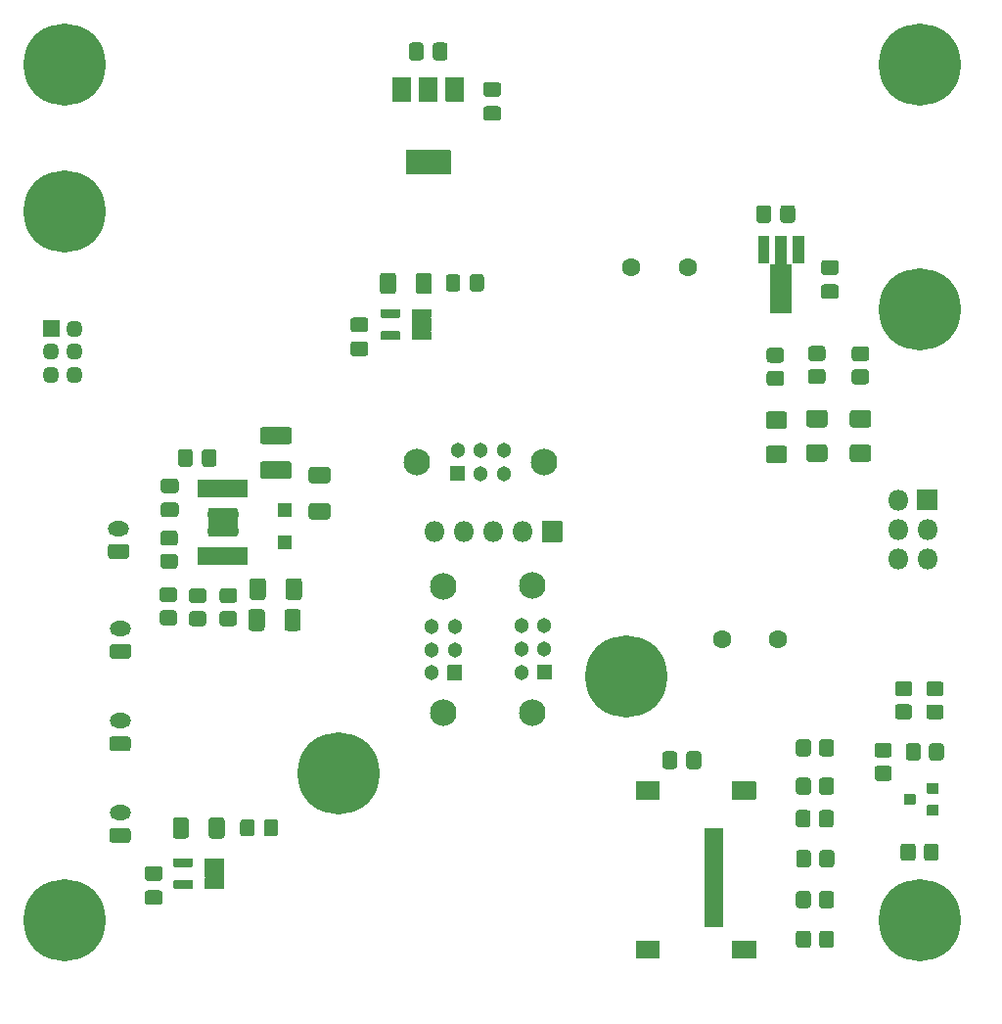
<source format=gbr>
G04 #@! TF.GenerationSoftware,KiCad,Pcbnew,(5.1.9)-1*
G04 #@! TF.CreationDate,2021-07-06T20:59:46-04:00*
G04 #@! TF.ProjectId,payload2020_base_board,7061796c-6f61-4643-9230-32305f626173,rev?*
G04 #@! TF.SameCoordinates,Original*
G04 #@! TF.FileFunction,Soldermask,Top*
G04 #@! TF.FilePolarity,Negative*
%FSLAX46Y46*%
G04 Gerber Fmt 4.6, Leading zero omitted, Abs format (unit mm)*
G04 Created by KiCad (PCBNEW (5.1.9)-1) date 2021-07-06 20:59:46*
%MOMM*%
%LPD*%
G01*
G04 APERTURE LIST*
%ADD10C,0.100000*%
%ADD11O,1.452000X1.452000*%
%ADD12C,7.102000*%
%ADD13O,1.802000X1.802000*%
%ADD14C,1.602000*%
%ADD15O,1.852000X1.302000*%
%ADD16C,2.302000*%
%ADD17C,1.302000*%
G04 APERTURE END LIST*
D10*
G36*
X54450620Y-111421000D02*
G01*
X54550620Y-111421000D01*
X54550620Y-111771000D01*
X54450620Y-111771000D01*
X54450620Y-111421000D01*
G37*
X54450620Y-111421000D02*
X54550620Y-111421000D01*
X54550620Y-111771000D01*
X54450620Y-111771000D01*
X54450620Y-111421000D01*
G36*
X54450620Y-110321000D02*
G01*
X54550620Y-110321000D01*
X54550620Y-109971000D01*
X54450620Y-109971000D01*
X54450620Y-110321000D01*
G37*
X54450620Y-110321000D02*
X54550620Y-110321000D01*
X54550620Y-109971000D01*
X54450620Y-109971000D01*
X54450620Y-110321000D01*
G36*
X51990620Y-110321000D02*
G01*
X51890620Y-110321000D01*
X51890620Y-109971000D01*
X51990620Y-109971000D01*
X51990620Y-110321000D01*
G37*
X51990620Y-110321000D02*
X51890620Y-110321000D01*
X51890620Y-109971000D01*
X51990620Y-109971000D01*
X51990620Y-110321000D01*
G36*
X51990620Y-111421000D02*
G01*
X51890620Y-111421000D01*
X51890620Y-111771000D01*
X51990620Y-111771000D01*
X51990620Y-111421000D01*
G37*
X51990620Y-111421000D02*
X51890620Y-111421000D01*
X51890620Y-111771000D01*
X51990620Y-111771000D01*
X51990620Y-111421000D01*
G36*
X54450620Y-111421000D02*
G01*
X54550620Y-111421000D01*
X54550620Y-111771000D01*
X54450620Y-111771000D01*
X54450620Y-111421000D01*
G37*
X54450620Y-111421000D02*
X54550620Y-111421000D01*
X54550620Y-111771000D01*
X54450620Y-111771000D01*
X54450620Y-111421000D01*
G36*
X54450620Y-110321000D02*
G01*
X54550620Y-110321000D01*
X54550620Y-109971000D01*
X54450620Y-109971000D01*
X54450620Y-110321000D01*
G37*
X54450620Y-110321000D02*
X54550620Y-110321000D01*
X54550620Y-109971000D01*
X54450620Y-109971000D01*
X54450620Y-110321000D01*
G36*
X51990620Y-110321000D02*
G01*
X51890620Y-110321000D01*
X51890620Y-109971000D01*
X51990620Y-109971000D01*
X51990620Y-110321000D01*
G37*
X51990620Y-110321000D02*
X51890620Y-110321000D01*
X51890620Y-109971000D01*
X51990620Y-109971000D01*
X51990620Y-110321000D01*
G36*
X51990620Y-111421000D02*
G01*
X51890620Y-111421000D01*
X51890620Y-111771000D01*
X51990620Y-111771000D01*
X51990620Y-111421000D01*
G37*
X51990620Y-111421000D02*
X51890620Y-111421000D01*
X51890620Y-111771000D01*
X51990620Y-111771000D01*
X51990620Y-111421000D01*
D11*
X40360600Y-98120200D03*
X40360600Y-96120200D03*
X40360600Y-94120200D03*
X38360600Y-98120200D03*
X38360600Y-96120200D03*
G36*
G01*
X37634600Y-94795200D02*
X37634600Y-93445200D01*
G75*
G02*
X37685600Y-93394200I51000J0D01*
G01*
X39035600Y-93394200D01*
G75*
G02*
X39086600Y-93445200I0J-51000D01*
G01*
X39086600Y-94795200D01*
G75*
G02*
X39035600Y-94846200I-51000J0D01*
G01*
X37685600Y-94846200D01*
G75*
G02*
X37634600Y-94795200I0J51000D01*
G01*
G37*
G36*
G01*
X60913242Y-109205400D02*
X62276758Y-109205400D01*
G75*
G02*
X62546000Y-109474642I0J-269242D01*
G01*
X62546000Y-110363158D01*
G75*
G02*
X62276758Y-110632400I-269242J0D01*
G01*
X60913242Y-110632400D01*
G75*
G02*
X60644000Y-110363158I0J269242D01*
G01*
X60644000Y-109474642D01*
G75*
G02*
X60913242Y-109205400I269242J0D01*
G01*
G37*
G36*
G01*
X60913242Y-106080400D02*
X62276758Y-106080400D01*
G75*
G02*
X62546000Y-106349642I0J-269242D01*
G01*
X62546000Y-107238158D01*
G75*
G02*
X62276758Y-107507400I-269242J0D01*
G01*
X60913242Y-107507400D01*
G75*
G02*
X60644000Y-107238158I0J269242D01*
G01*
X60644000Y-106349642D01*
G75*
G02*
X60913242Y-106080400I269242J0D01*
G01*
G37*
G36*
G01*
X56847500Y-118647442D02*
X56847500Y-120010958D01*
G75*
G02*
X56578258Y-120280200I-269242J0D01*
G01*
X55689742Y-120280200D01*
G75*
G02*
X55420500Y-120010958I0J269242D01*
G01*
X55420500Y-118647442D01*
G75*
G02*
X55689742Y-118378200I269242J0D01*
G01*
X56578258Y-118378200D01*
G75*
G02*
X56847500Y-118647442I0J-269242D01*
G01*
G37*
G36*
G01*
X59972500Y-118647442D02*
X59972500Y-120010958D01*
G75*
G02*
X59703258Y-120280200I-269242J0D01*
G01*
X58814742Y-120280200D01*
G75*
G02*
X58545500Y-120010958I0J269242D01*
G01*
X58545500Y-118647442D01*
G75*
G02*
X58814742Y-118378200I269242J0D01*
G01*
X59703258Y-118378200D01*
G75*
G02*
X59972500Y-118647442I0J-269242D01*
G01*
G37*
G36*
G01*
X56949100Y-115980442D02*
X56949100Y-117343958D01*
G75*
G02*
X56679858Y-117613200I-269242J0D01*
G01*
X55791342Y-117613200D01*
G75*
G02*
X55522100Y-117343958I0J269242D01*
G01*
X55522100Y-115980442D01*
G75*
G02*
X55791342Y-115711200I269242J0D01*
G01*
X56679858Y-115711200D01*
G75*
G02*
X56949100Y-115980442I0J-269242D01*
G01*
G37*
G36*
G01*
X60074100Y-115980442D02*
X60074100Y-117343958D01*
G75*
G02*
X59804858Y-117613200I-269242J0D01*
G01*
X58916342Y-117613200D01*
G75*
G02*
X58647100Y-117343958I0J269242D01*
G01*
X58647100Y-115980442D01*
G75*
G02*
X58916342Y-115711200I269242J0D01*
G01*
X59804858Y-115711200D01*
G75*
G02*
X60074100Y-115980442I0J-269242D01*
G01*
G37*
G36*
G01*
X69916680Y-90874646D02*
X69916680Y-89561874D01*
G75*
G02*
X70186294Y-89292260I269614J0D01*
G01*
X71049066Y-89292260D01*
G75*
G02*
X71318680Y-89561874I0J-269614D01*
G01*
X71318680Y-90874646D01*
G75*
G02*
X71049066Y-91144260I-269614J0D01*
G01*
X70186294Y-91144260D01*
G75*
G02*
X69916680Y-90874646I0J269614D01*
G01*
G37*
G36*
G01*
X66816680Y-90874646D02*
X66816680Y-89561874D01*
G75*
G02*
X67086294Y-89292260I269614J0D01*
G01*
X67949066Y-89292260D01*
G75*
G02*
X68218680Y-89561874I0J-269614D01*
G01*
X68218680Y-90874646D01*
G75*
G02*
X67949066Y-91144260I-269614J0D01*
G01*
X67086294Y-91144260D01*
G75*
G02*
X66816680Y-90874646I0J269614D01*
G01*
G37*
G36*
G01*
X51986820Y-137968786D02*
X51986820Y-136656014D01*
G75*
G02*
X52256434Y-136386400I269614J0D01*
G01*
X53119206Y-136386400D01*
G75*
G02*
X53388820Y-136656014I0J-269614D01*
G01*
X53388820Y-137968786D01*
G75*
G02*
X53119206Y-138238400I-269614J0D01*
G01*
X52256434Y-138238400D01*
G75*
G02*
X51986820Y-137968786I0J269614D01*
G01*
G37*
G36*
G01*
X48886820Y-137968786D02*
X48886820Y-136656014D01*
G75*
G02*
X49156434Y-136386400I269614J0D01*
G01*
X50019206Y-136386400D01*
G75*
G02*
X50288820Y-136656014I0J-269614D01*
G01*
X50288820Y-137968786D01*
G75*
G02*
X50019206Y-138238400I-269614J0D01*
G01*
X49156434Y-138238400D01*
G75*
G02*
X48886820Y-137968786I0J269614D01*
G01*
G37*
D12*
X113560000Y-145310000D03*
X113560000Y-71310000D03*
X113560000Y-92440000D03*
X39560000Y-71310000D03*
X63200000Y-132630000D03*
G36*
G01*
X107914748Y-95647000D02*
X108874252Y-95647000D01*
G75*
G02*
X109145500Y-95918248I0J-271248D01*
G01*
X109145500Y-96677752D01*
G75*
G02*
X108874252Y-96949000I-271248J0D01*
G01*
X107914748Y-96949000D01*
G75*
G02*
X107643500Y-96677752I0J271248D01*
G01*
X107643500Y-95918248D01*
G75*
G02*
X107914748Y-95647000I271248J0D01*
G01*
G37*
G36*
G01*
X107914748Y-97647000D02*
X108874252Y-97647000D01*
G75*
G02*
X109145500Y-97918248I0J-271248D01*
G01*
X109145500Y-98677752D01*
G75*
G02*
X108874252Y-98949000I-271248J0D01*
G01*
X107914748Y-98949000D01*
G75*
G02*
X107643500Y-98677752I0J271248D01*
G01*
X107643500Y-97918248D01*
G75*
G02*
X107914748Y-97647000I271248J0D01*
G01*
G37*
G36*
G01*
X94948000Y-137297000D02*
X96448000Y-137297000D01*
G75*
G02*
X96499000Y-137348000I0J-51000D01*
G01*
X96499000Y-138148000D01*
G75*
G02*
X96448000Y-138199000I-51000J0D01*
G01*
X94948000Y-138199000D01*
G75*
G02*
X94897000Y-138148000I0J51000D01*
G01*
X94897000Y-137348000D01*
G75*
G02*
X94948000Y-137297000I51000J0D01*
G01*
G37*
G36*
G01*
X94948000Y-138397000D02*
X96448000Y-138397000D01*
G75*
G02*
X96499000Y-138448000I0J-51000D01*
G01*
X96499000Y-139248000D01*
G75*
G02*
X96448000Y-139299000I-51000J0D01*
G01*
X94948000Y-139299000D01*
G75*
G02*
X94897000Y-139248000I0J51000D01*
G01*
X94897000Y-138448000D01*
G75*
G02*
X94948000Y-138397000I51000J0D01*
G01*
G37*
G36*
G01*
X94948000Y-139507000D02*
X96448000Y-139507000D01*
G75*
G02*
X96499000Y-139558000I0J-51000D01*
G01*
X96499000Y-140358000D01*
G75*
G02*
X96448000Y-140409000I-51000J0D01*
G01*
X94948000Y-140409000D01*
G75*
G02*
X94897000Y-140358000I0J51000D01*
G01*
X94897000Y-139558000D01*
G75*
G02*
X94948000Y-139507000I51000J0D01*
G01*
G37*
G36*
G01*
X94948000Y-140597000D02*
X96448000Y-140597000D01*
G75*
G02*
X96499000Y-140648000I0J-51000D01*
G01*
X96499000Y-141448000D01*
G75*
G02*
X96448000Y-141499000I-51000J0D01*
G01*
X94948000Y-141499000D01*
G75*
G02*
X94897000Y-141448000I0J51000D01*
G01*
X94897000Y-140648000D01*
G75*
G02*
X94948000Y-140597000I51000J0D01*
G01*
G37*
G36*
G01*
X94938000Y-141697000D02*
X96438000Y-141697000D01*
G75*
G02*
X96489000Y-141748000I0J-51000D01*
G01*
X96489000Y-142548000D01*
G75*
G02*
X96438000Y-142599000I-51000J0D01*
G01*
X94938000Y-142599000D01*
G75*
G02*
X94887000Y-142548000I0J51000D01*
G01*
X94887000Y-141748000D01*
G75*
G02*
X94938000Y-141697000I51000J0D01*
G01*
G37*
G36*
G01*
X94948000Y-142797000D02*
X96448000Y-142797000D01*
G75*
G02*
X96499000Y-142848000I0J-51000D01*
G01*
X96499000Y-143648000D01*
G75*
G02*
X96448000Y-143699000I-51000J0D01*
G01*
X94948000Y-143699000D01*
G75*
G02*
X94897000Y-143648000I0J51000D01*
G01*
X94897000Y-142848000D01*
G75*
G02*
X94948000Y-142797000I51000J0D01*
G01*
G37*
G36*
G01*
X94948000Y-143897000D02*
X96448000Y-143897000D01*
G75*
G02*
X96499000Y-143948000I0J-51000D01*
G01*
X96499000Y-144748000D01*
G75*
G02*
X96448000Y-144799000I-51000J0D01*
G01*
X94948000Y-144799000D01*
G75*
G02*
X94897000Y-144748000I0J51000D01*
G01*
X94897000Y-143948000D01*
G75*
G02*
X94948000Y-143897000I51000J0D01*
G01*
G37*
G36*
G01*
X94948000Y-144997000D02*
X96448000Y-144997000D01*
G75*
G02*
X96499000Y-145048000I0J-51000D01*
G01*
X96499000Y-145848000D01*
G75*
G02*
X96448000Y-145899000I-51000J0D01*
G01*
X94948000Y-145899000D01*
G75*
G02*
X94897000Y-145848000I0J51000D01*
G01*
X94897000Y-145048000D01*
G75*
G02*
X94948000Y-144997000I51000J0D01*
G01*
G37*
G36*
G01*
X88998000Y-147052000D02*
X90998000Y-147052000D01*
G75*
G02*
X91049000Y-147103000I0J-51000D01*
G01*
X91049000Y-148553000D01*
G75*
G02*
X90998000Y-148604000I-51000J0D01*
G01*
X88998000Y-148604000D01*
G75*
G02*
X88947000Y-148553000I0J51000D01*
G01*
X88947000Y-147103000D01*
G75*
G02*
X88998000Y-147052000I51000J0D01*
G01*
G37*
G36*
G01*
X88998000Y-133302000D02*
X90998000Y-133302000D01*
G75*
G02*
X91049000Y-133353000I0J-51000D01*
G01*
X91049000Y-134803000D01*
G75*
G02*
X90998000Y-134854000I-51000J0D01*
G01*
X88998000Y-134854000D01*
G75*
G02*
X88947000Y-134803000I0J51000D01*
G01*
X88947000Y-133353000D01*
G75*
G02*
X88998000Y-133302000I51000J0D01*
G01*
G37*
G36*
G01*
X97298000Y-133302000D02*
X99298000Y-133302000D01*
G75*
G02*
X99349000Y-133353000I0J-51000D01*
G01*
X99349000Y-134803000D01*
G75*
G02*
X99298000Y-134854000I-51000J0D01*
G01*
X97298000Y-134854000D01*
G75*
G02*
X97247000Y-134803000I0J51000D01*
G01*
X97247000Y-133353000D01*
G75*
G02*
X97298000Y-133302000I51000J0D01*
G01*
G37*
G36*
G01*
X97298000Y-147052000D02*
X99298000Y-147052000D01*
G75*
G02*
X99349000Y-147103000I0J-51000D01*
G01*
X99349000Y-148553000D01*
G75*
G02*
X99298000Y-148604000I-51000J0D01*
G01*
X97298000Y-148604000D01*
G75*
G02*
X97247000Y-148553000I0J51000D01*
G01*
X97247000Y-147103000D01*
G75*
G02*
X97298000Y-147052000I51000J0D01*
G01*
G37*
X88160000Y-124190000D03*
X39560000Y-145310000D03*
X39560000Y-83990000D03*
G36*
G01*
X113269000Y-109805000D02*
X113269000Y-108105000D01*
G75*
G02*
X113320000Y-108054000I51000J0D01*
G01*
X115020000Y-108054000D01*
G75*
G02*
X115071000Y-108105000I0J-51000D01*
G01*
X115071000Y-109805000D01*
G75*
G02*
X115020000Y-109856000I-51000J0D01*
G01*
X113320000Y-109856000D01*
G75*
G02*
X113269000Y-109805000I0J51000D01*
G01*
G37*
D13*
X111630000Y-108955000D03*
X114170000Y-111495000D03*
X111630000Y-111495000D03*
X114170000Y-114035000D03*
X111630000Y-114035000D03*
G36*
G01*
X72675440Y-69655582D02*
X72675440Y-70664178D01*
G75*
G02*
X72403738Y-70935880I-271702J0D01*
G01*
X71670142Y-70935880D01*
G75*
G02*
X71398440Y-70664178I0J271702D01*
G01*
X71398440Y-69655582D01*
G75*
G02*
X71670142Y-69383880I271702J0D01*
G01*
X72403738Y-69383880D01*
G75*
G02*
X72675440Y-69655582I0J-271702D01*
G01*
G37*
G36*
G01*
X70600440Y-69655582D02*
X70600440Y-70664178D01*
G75*
G02*
X70328738Y-70935880I-271702J0D01*
G01*
X69595142Y-70935880D01*
G75*
G02*
X69323440Y-70664178I0J271702D01*
G01*
X69323440Y-69655582D01*
G75*
G02*
X69595142Y-69383880I271702J0D01*
G01*
X70328738Y-69383880D01*
G75*
G02*
X70600440Y-69655582I0J-271702D01*
G01*
G37*
G36*
G01*
X76025902Y-72804420D02*
X77034498Y-72804420D01*
G75*
G02*
X77306200Y-73076122I0J-271702D01*
G01*
X77306200Y-73809718D01*
G75*
G02*
X77034498Y-74081420I-271702J0D01*
G01*
X76025902Y-74081420D01*
G75*
G02*
X75754200Y-73809718I0J271702D01*
G01*
X75754200Y-73076122D01*
G75*
G02*
X76025902Y-72804420I271702J0D01*
G01*
G37*
G36*
G01*
X76025902Y-74879420D02*
X77034498Y-74879420D01*
G75*
G02*
X77306200Y-75151122I0J-271702D01*
G01*
X77306200Y-75884718D01*
G75*
G02*
X77034498Y-76156420I-271702J0D01*
G01*
X76025902Y-76156420D01*
G75*
G02*
X75754200Y-75884718I0J271702D01*
G01*
X75754200Y-75151122D01*
G75*
G02*
X76025902Y-74879420I271702J0D01*
G01*
G37*
G36*
G01*
X69095540Y-78695240D02*
X72895540Y-78695240D01*
G75*
G02*
X72946540Y-78746240I0J-51000D01*
G01*
X72946540Y-80746240D01*
G75*
G02*
X72895540Y-80797240I-51000J0D01*
G01*
X69095540Y-80797240D01*
G75*
G02*
X69044540Y-80746240I0J51000D01*
G01*
X69044540Y-78746240D01*
G75*
G02*
X69095540Y-78695240I51000J0D01*
G01*
G37*
G36*
G01*
X70245540Y-72395240D02*
X71745540Y-72395240D01*
G75*
G02*
X71796540Y-72446240I0J-51000D01*
G01*
X71796540Y-74446240D01*
G75*
G02*
X71745540Y-74497240I-51000J0D01*
G01*
X70245540Y-74497240D01*
G75*
G02*
X70194540Y-74446240I0J51000D01*
G01*
X70194540Y-72446240D01*
G75*
G02*
X70245540Y-72395240I51000J0D01*
G01*
G37*
G36*
G01*
X67945540Y-72395240D02*
X69445540Y-72395240D01*
G75*
G02*
X69496540Y-72446240I0J-51000D01*
G01*
X69496540Y-74446240D01*
G75*
G02*
X69445540Y-74497240I-51000J0D01*
G01*
X67945540Y-74497240D01*
G75*
G02*
X67894540Y-74446240I0J51000D01*
G01*
X67894540Y-72446240D01*
G75*
G02*
X67945540Y-72395240I51000J0D01*
G01*
G37*
G36*
G01*
X72545540Y-72395240D02*
X74045540Y-72395240D01*
G75*
G02*
X74096540Y-72446240I0J-51000D01*
G01*
X74096540Y-74446240D01*
G75*
G02*
X74045540Y-74497240I-51000J0D01*
G01*
X72545540Y-74497240D01*
G75*
G02*
X72494540Y-74446240I0J51000D01*
G01*
X72494540Y-72446240D01*
G75*
G02*
X72545540Y-72395240I51000J0D01*
G01*
G37*
D14*
X88592000Y-88849200D03*
X93472000Y-88849200D03*
X96415200Y-121005600D03*
X101295200Y-121005600D03*
G36*
G01*
X51990620Y-109665000D02*
X54450620Y-109665000D01*
G75*
G02*
X54501620Y-109716000I0J-51000D01*
G01*
X54501620Y-112026000D01*
G75*
G02*
X54450620Y-112077000I-51000J0D01*
G01*
X51990620Y-112077000D01*
G75*
G02*
X51939620Y-112026000I0J51000D01*
G01*
X51939620Y-109716000D01*
G75*
G02*
X51990620Y-109665000I51000J0D01*
G01*
G37*
G36*
G01*
X54992854Y-113004400D02*
X55348454Y-113004400D01*
G75*
G02*
X55399454Y-113055400I0J-51000D01*
G01*
X55399454Y-114528600D01*
G75*
G02*
X55348454Y-114579600I-51000J0D01*
G01*
X54992854Y-114579600D01*
G75*
G02*
X54941854Y-114528600I0J51000D01*
G01*
X54941854Y-113055400D01*
G75*
G02*
X54992854Y-113004400I51000J0D01*
G01*
G37*
G36*
G01*
X54342843Y-113004400D02*
X54698443Y-113004400D01*
G75*
G02*
X54749443Y-113055400I0J-51000D01*
G01*
X54749443Y-114528600D01*
G75*
G02*
X54698443Y-114579600I-51000J0D01*
G01*
X54342843Y-114579600D01*
G75*
G02*
X54291843Y-114528600I0J51000D01*
G01*
X54291843Y-113055400D01*
G75*
G02*
X54342843Y-113004400I51000J0D01*
G01*
G37*
G36*
G01*
X53692831Y-113004400D02*
X54048431Y-113004400D01*
G75*
G02*
X54099431Y-113055400I0J-51000D01*
G01*
X54099431Y-114528600D01*
G75*
G02*
X54048431Y-114579600I-51000J0D01*
G01*
X53692831Y-114579600D01*
G75*
G02*
X53641831Y-114528600I0J51000D01*
G01*
X53641831Y-113055400D01*
G75*
G02*
X53692831Y-113004400I51000J0D01*
G01*
G37*
G36*
G01*
X53042820Y-113004400D02*
X53398420Y-113004400D01*
G75*
G02*
X53449420Y-113055400I0J-51000D01*
G01*
X53449420Y-114528600D01*
G75*
G02*
X53398420Y-114579600I-51000J0D01*
G01*
X53042820Y-114579600D01*
G75*
G02*
X52991820Y-114528600I0J51000D01*
G01*
X52991820Y-113055400D01*
G75*
G02*
X53042820Y-113004400I51000J0D01*
G01*
G37*
G36*
G01*
X52392809Y-113004400D02*
X52748409Y-113004400D01*
G75*
G02*
X52799409Y-113055400I0J-51000D01*
G01*
X52799409Y-114528600D01*
G75*
G02*
X52748409Y-114579600I-51000J0D01*
G01*
X52392809Y-114579600D01*
G75*
G02*
X52341809Y-114528600I0J51000D01*
G01*
X52341809Y-113055400D01*
G75*
G02*
X52392809Y-113004400I51000J0D01*
G01*
G37*
G36*
G01*
X51742797Y-113004400D02*
X52098397Y-113004400D01*
G75*
G02*
X52149397Y-113055400I0J-51000D01*
G01*
X52149397Y-114528600D01*
G75*
G02*
X52098397Y-114579600I-51000J0D01*
G01*
X51742797Y-114579600D01*
G75*
G02*
X51691797Y-114528600I0J51000D01*
G01*
X51691797Y-113055400D01*
G75*
G02*
X51742797Y-113004400I51000J0D01*
G01*
G37*
G36*
G01*
X51092786Y-113004400D02*
X51448386Y-113004400D01*
G75*
G02*
X51499386Y-113055400I0J-51000D01*
G01*
X51499386Y-114528600D01*
G75*
G02*
X51448386Y-114579600I-51000J0D01*
G01*
X51092786Y-114579600D01*
G75*
G02*
X51041786Y-114528600I0J51000D01*
G01*
X51041786Y-113055400D01*
G75*
G02*
X51092786Y-113004400I51000J0D01*
G01*
G37*
G36*
G01*
X51092786Y-107162400D02*
X51448386Y-107162400D01*
G75*
G02*
X51499386Y-107213400I0J-51000D01*
G01*
X51499386Y-108686600D01*
G75*
G02*
X51448386Y-108737600I-51000J0D01*
G01*
X51092786Y-108737600D01*
G75*
G02*
X51041786Y-108686600I0J51000D01*
G01*
X51041786Y-107213400D01*
G75*
G02*
X51092786Y-107162400I51000J0D01*
G01*
G37*
G36*
G01*
X51742797Y-107162400D02*
X52098397Y-107162400D01*
G75*
G02*
X52149397Y-107213400I0J-51000D01*
G01*
X52149397Y-108686600D01*
G75*
G02*
X52098397Y-108737600I-51000J0D01*
G01*
X51742797Y-108737600D01*
G75*
G02*
X51691797Y-108686600I0J51000D01*
G01*
X51691797Y-107213400D01*
G75*
G02*
X51742797Y-107162400I51000J0D01*
G01*
G37*
G36*
G01*
X52392809Y-107162400D02*
X52748409Y-107162400D01*
G75*
G02*
X52799409Y-107213400I0J-51000D01*
G01*
X52799409Y-108686600D01*
G75*
G02*
X52748409Y-108737600I-51000J0D01*
G01*
X52392809Y-108737600D01*
G75*
G02*
X52341809Y-108686600I0J51000D01*
G01*
X52341809Y-107213400D01*
G75*
G02*
X52392809Y-107162400I51000J0D01*
G01*
G37*
G36*
G01*
X53042820Y-107162400D02*
X53398420Y-107162400D01*
G75*
G02*
X53449420Y-107213400I0J-51000D01*
G01*
X53449420Y-108686600D01*
G75*
G02*
X53398420Y-108737600I-51000J0D01*
G01*
X53042820Y-108737600D01*
G75*
G02*
X52991820Y-108686600I0J51000D01*
G01*
X52991820Y-107213400D01*
G75*
G02*
X53042820Y-107162400I51000J0D01*
G01*
G37*
G36*
G01*
X53692831Y-107162400D02*
X54048431Y-107162400D01*
G75*
G02*
X54099431Y-107213400I0J-51000D01*
G01*
X54099431Y-108686600D01*
G75*
G02*
X54048431Y-108737600I-51000J0D01*
G01*
X53692831Y-108737600D01*
G75*
G02*
X53641831Y-108686600I0J51000D01*
G01*
X53641831Y-107213400D01*
G75*
G02*
X53692831Y-107162400I51000J0D01*
G01*
G37*
G36*
G01*
X54342843Y-107162400D02*
X54698443Y-107162400D01*
G75*
G02*
X54749443Y-107213400I0J-51000D01*
G01*
X54749443Y-108686600D01*
G75*
G02*
X54698443Y-108737600I-51000J0D01*
G01*
X54342843Y-108737600D01*
G75*
G02*
X54291843Y-108686600I0J51000D01*
G01*
X54291843Y-107213400D01*
G75*
G02*
X54342843Y-107162400I51000J0D01*
G01*
G37*
G36*
G01*
X54992854Y-107162400D02*
X55348454Y-107162400D01*
G75*
G02*
X55399454Y-107213400I0J-51000D01*
G01*
X55399454Y-108686600D01*
G75*
G02*
X55348454Y-108737600I-51000J0D01*
G01*
X54992854Y-108737600D01*
G75*
G02*
X54941854Y-108686600I0J51000D01*
G01*
X54941854Y-107213400D01*
G75*
G02*
X54992854Y-107162400I51000J0D01*
G01*
G37*
G36*
G01*
X102576340Y-86102740D02*
X103476340Y-86102740D01*
G75*
G02*
X103527340Y-86153740I0J-51000D01*
G01*
X103527340Y-88453740D01*
G75*
G02*
X103476340Y-88504740I-51000J0D01*
G01*
X102576340Y-88504740D01*
G75*
G02*
X102525340Y-88453740I0J51000D01*
G01*
X102525340Y-86153740D01*
G75*
G02*
X102576340Y-86102740I51000J0D01*
G01*
G37*
G36*
G01*
X99576340Y-86102740D02*
X100476340Y-86102740D01*
G75*
G02*
X100527340Y-86153740I0J-51000D01*
G01*
X100527340Y-88453740D01*
G75*
G02*
X100476340Y-88504740I-51000J0D01*
G01*
X99576340Y-88504740D01*
G75*
G02*
X99525340Y-88453740I0J51000D01*
G01*
X99525340Y-86153740D01*
G75*
G02*
X99576340Y-86102740I51000J0D01*
G01*
G37*
D10*
G36*
X102442860Y-92763690D02*
G01*
X102439958Y-92773257D01*
X102435245Y-92782074D01*
X102428902Y-92789802D01*
X102421174Y-92796145D01*
X102412357Y-92800858D01*
X102402790Y-92803760D01*
X102392840Y-92804740D01*
X100659840Y-92804740D01*
X100649890Y-92803760D01*
X100640323Y-92800858D01*
X100631506Y-92796145D01*
X100623778Y-92789802D01*
X100617435Y-92782074D01*
X100612722Y-92773257D01*
X100609820Y-92763690D01*
X100608840Y-92753740D01*
X100608840Y-88628740D01*
X100609820Y-88618790D01*
X100612722Y-88609223D01*
X100617435Y-88600406D01*
X100623778Y-88592678D01*
X100631506Y-88586335D01*
X100640323Y-88581622D01*
X100649890Y-88578720D01*
X100659840Y-88577740D01*
X101025340Y-88577740D01*
X101025340Y-86153740D01*
X101026320Y-86143790D01*
X101029222Y-86134223D01*
X101033935Y-86125406D01*
X101040278Y-86117678D01*
X101048006Y-86111335D01*
X101056823Y-86106622D01*
X101066390Y-86103720D01*
X101076340Y-86102740D01*
X101976340Y-86102740D01*
X101986290Y-86103720D01*
X101995857Y-86106622D01*
X102004674Y-86111335D01*
X102012402Y-86117678D01*
X102018745Y-86125406D01*
X102023458Y-86134223D01*
X102026360Y-86143790D01*
X102027340Y-86153740D01*
X102027340Y-88577740D01*
X102392840Y-88577740D01*
X102402790Y-88578720D01*
X102412357Y-88581622D01*
X102421174Y-88586335D01*
X102428902Y-88592678D01*
X102435245Y-88600406D01*
X102439958Y-88609223D01*
X102442860Y-88618790D01*
X102443840Y-88628740D01*
X102443840Y-92753740D01*
X102442860Y-92763690D01*
G37*
G36*
G01*
X68557580Y-94394219D02*
X68557580Y-95044221D01*
G75*
G02*
X68506581Y-95095220I-50999J0D01*
G01*
X66946579Y-95095220D01*
G75*
G02*
X66895580Y-95044221I0J50999D01*
G01*
X66895580Y-94394219D01*
G75*
G02*
X66946579Y-94343220I50999J0D01*
G01*
X68506581Y-94343220D01*
G75*
G02*
X68557580Y-94394219I0J-50999D01*
G01*
G37*
G36*
G01*
X68557580Y-92494219D02*
X68557580Y-93144221D01*
G75*
G02*
X68506581Y-93195220I-50999J0D01*
G01*
X66946579Y-93195220D01*
G75*
G02*
X66895580Y-93144221I0J50999D01*
G01*
X66895580Y-92494219D01*
G75*
G02*
X66946579Y-92443220I50999J0D01*
G01*
X68506581Y-92443220D01*
G75*
G02*
X68557580Y-92494219I0J-50999D01*
G01*
G37*
G36*
G01*
X71257580Y-92494219D02*
X71257580Y-93144221D01*
G75*
G02*
X71206581Y-93195220I-50999J0D01*
G01*
X69646579Y-93195220D01*
G75*
G02*
X69595580Y-93144221I0J50999D01*
G01*
X69595580Y-92494219D01*
G75*
G02*
X69646579Y-92443220I50999J0D01*
G01*
X71206581Y-92443220D01*
G75*
G02*
X71257580Y-92494219I0J-50999D01*
G01*
G37*
G36*
G01*
X71257580Y-93444219D02*
X71257580Y-94094221D01*
G75*
G02*
X71206581Y-94145220I-50999J0D01*
G01*
X69646579Y-94145220D01*
G75*
G02*
X69595580Y-94094221I0J50999D01*
G01*
X69595580Y-93444219D01*
G75*
G02*
X69646579Y-93393220I50999J0D01*
G01*
X71206581Y-93393220D01*
G75*
G02*
X71257580Y-93444219I0J-50999D01*
G01*
G37*
G36*
G01*
X71257580Y-94394219D02*
X71257580Y-95044221D01*
G75*
G02*
X71206581Y-95095220I-50999J0D01*
G01*
X69646579Y-95095220D01*
G75*
G02*
X69595580Y-95044221I0J50999D01*
G01*
X69595580Y-94394219D01*
G75*
G02*
X69646579Y-94343220I50999J0D01*
G01*
X71206581Y-94343220D01*
G75*
G02*
X71257580Y-94394219I0J-50999D01*
G01*
G37*
G36*
G01*
X50625180Y-141876939D02*
X50625180Y-142526941D01*
G75*
G02*
X50574181Y-142577940I-50999J0D01*
G01*
X49014179Y-142577940D01*
G75*
G02*
X48963180Y-142526941I0J50999D01*
G01*
X48963180Y-141876939D01*
G75*
G02*
X49014179Y-141825940I50999J0D01*
G01*
X50574181Y-141825940D01*
G75*
G02*
X50625180Y-141876939I0J-50999D01*
G01*
G37*
G36*
G01*
X50625180Y-139976939D02*
X50625180Y-140626941D01*
G75*
G02*
X50574181Y-140677940I-50999J0D01*
G01*
X49014179Y-140677940D01*
G75*
G02*
X48963180Y-140626941I0J50999D01*
G01*
X48963180Y-139976939D01*
G75*
G02*
X49014179Y-139925940I50999J0D01*
G01*
X50574181Y-139925940D01*
G75*
G02*
X50625180Y-139976939I0J-50999D01*
G01*
G37*
G36*
G01*
X53325180Y-139976939D02*
X53325180Y-140626941D01*
G75*
G02*
X53274181Y-140677940I-50999J0D01*
G01*
X51714179Y-140677940D01*
G75*
G02*
X51663180Y-140626941I0J50999D01*
G01*
X51663180Y-139976939D01*
G75*
G02*
X51714179Y-139925940I50999J0D01*
G01*
X53274181Y-139925940D01*
G75*
G02*
X53325180Y-139976939I0J-50999D01*
G01*
G37*
G36*
G01*
X53325180Y-140926939D02*
X53325180Y-141576941D01*
G75*
G02*
X53274181Y-141627940I-50999J0D01*
G01*
X51714179Y-141627940D01*
G75*
G02*
X51663180Y-141576941I0J50999D01*
G01*
X51663180Y-140926939D01*
G75*
G02*
X51714179Y-140875940I50999J0D01*
G01*
X53274181Y-140875940D01*
G75*
G02*
X53325180Y-140926939I0J-50999D01*
G01*
G37*
G36*
G01*
X53325180Y-141876939D02*
X53325180Y-142526941D01*
G75*
G02*
X53274181Y-142577940I-50999J0D01*
G01*
X51714179Y-142577940D01*
G75*
G02*
X51663180Y-142526941I0J50999D01*
G01*
X51663180Y-141876939D01*
G75*
G02*
X51714179Y-141825940I50999J0D01*
G01*
X53274181Y-141825940D01*
G75*
G02*
X53325180Y-141876939I0J-50999D01*
G01*
G37*
G36*
G01*
X115315692Y-125927100D02*
X114356188Y-125927100D01*
G75*
G02*
X114084940Y-125655852I0J271248D01*
G01*
X114084940Y-124896348D01*
G75*
G02*
X114356188Y-124625100I271248J0D01*
G01*
X115315692Y-124625100D01*
G75*
G02*
X115586940Y-124896348I0J-271248D01*
G01*
X115586940Y-125655852D01*
G75*
G02*
X115315692Y-125927100I-271248J0D01*
G01*
G37*
G36*
G01*
X115315692Y-127927100D02*
X114356188Y-127927100D01*
G75*
G02*
X114084940Y-127655852I0J271248D01*
G01*
X114084940Y-126896348D01*
G75*
G02*
X114356188Y-126625100I271248J0D01*
G01*
X115315692Y-126625100D01*
G75*
G02*
X115586940Y-126896348I0J-271248D01*
G01*
X115586940Y-127655852D01*
G75*
G02*
X115315692Y-127927100I-271248J0D01*
G01*
G37*
G36*
G01*
X111646008Y-126612400D02*
X112605512Y-126612400D01*
G75*
G02*
X112876760Y-126883648I0J-271248D01*
G01*
X112876760Y-127643152D01*
G75*
G02*
X112605512Y-127914400I-271248J0D01*
G01*
X111646008Y-127914400D01*
G75*
G02*
X111374760Y-127643152I0J271248D01*
G01*
X111374760Y-126883648D01*
G75*
G02*
X111646008Y-126612400I271248J0D01*
G01*
G37*
G36*
G01*
X111646008Y-124612400D02*
X112605512Y-124612400D01*
G75*
G02*
X112876760Y-124883648I0J-271248D01*
G01*
X112876760Y-125643152D01*
G75*
G02*
X112605512Y-125914400I-271248J0D01*
G01*
X111646008Y-125914400D01*
G75*
G02*
X111374760Y-125643152I0J271248D01*
G01*
X111374760Y-124883648D01*
G75*
G02*
X111646008Y-124612400I271248J0D01*
G01*
G37*
G36*
G01*
X104823520Y-140454072D02*
X104823520Y-139494568D01*
G75*
G02*
X105094768Y-139223320I271248J0D01*
G01*
X105854272Y-139223320D01*
G75*
G02*
X106125520Y-139494568I0J-271248D01*
G01*
X106125520Y-140454072D01*
G75*
G02*
X105854272Y-140725320I-271248J0D01*
G01*
X105094768Y-140725320D01*
G75*
G02*
X104823520Y-140454072I0J271248D01*
G01*
G37*
G36*
G01*
X102823520Y-140454072D02*
X102823520Y-139494568D01*
G75*
G02*
X103094768Y-139223320I271248J0D01*
G01*
X103854272Y-139223320D01*
G75*
G02*
X104125520Y-139494568I0J-271248D01*
G01*
X104125520Y-140454072D01*
G75*
G02*
X103854272Y-140725320I-271248J0D01*
G01*
X103094768Y-140725320D01*
G75*
G02*
X102823520Y-140454072I0J271248D01*
G01*
G37*
G36*
G01*
X102817420Y-130860492D02*
X102817420Y-129900988D01*
G75*
G02*
X103088668Y-129629740I271248J0D01*
G01*
X103848172Y-129629740D01*
G75*
G02*
X104119420Y-129900988I0J-271248D01*
G01*
X104119420Y-130860492D01*
G75*
G02*
X103848172Y-131131740I-271248J0D01*
G01*
X103088668Y-131131740D01*
G75*
G02*
X102817420Y-130860492I0J271248D01*
G01*
G37*
G36*
G01*
X104817420Y-130860492D02*
X104817420Y-129900988D01*
G75*
G02*
X105088668Y-129629740I271248J0D01*
G01*
X105848172Y-129629740D01*
G75*
G02*
X106119420Y-129900988I0J-271248D01*
G01*
X106119420Y-130860492D01*
G75*
G02*
X105848172Y-131131740I-271248J0D01*
G01*
X105088668Y-131131740D01*
G75*
G02*
X104817420Y-130860492I0J271248D01*
G01*
G37*
G36*
G01*
X104808280Y-147418752D02*
X104808280Y-146459248D01*
G75*
G02*
X105079528Y-146188000I271248J0D01*
G01*
X105839032Y-146188000D01*
G75*
G02*
X106110280Y-146459248I0J-271248D01*
G01*
X106110280Y-147418752D01*
G75*
G02*
X105839032Y-147690000I-271248J0D01*
G01*
X105079528Y-147690000D01*
G75*
G02*
X104808280Y-147418752I0J271248D01*
G01*
G37*
G36*
G01*
X102808280Y-147418752D02*
X102808280Y-146459248D01*
G75*
G02*
X103079528Y-146188000I271248J0D01*
G01*
X103839032Y-146188000D01*
G75*
G02*
X104110280Y-146459248I0J-271248D01*
G01*
X104110280Y-147418752D01*
G75*
G02*
X103839032Y-147690000I-271248J0D01*
G01*
X103079528Y-147690000D01*
G75*
G02*
X102808280Y-147418752I0J271248D01*
G01*
G37*
G36*
G01*
X104808280Y-143989752D02*
X104808280Y-143030248D01*
G75*
G02*
X105079528Y-142759000I271248J0D01*
G01*
X105839032Y-142759000D01*
G75*
G02*
X106110280Y-143030248I0J-271248D01*
G01*
X106110280Y-143989752D01*
G75*
G02*
X105839032Y-144261000I-271248J0D01*
G01*
X105079528Y-144261000D01*
G75*
G02*
X104808280Y-143989752I0J271248D01*
G01*
G37*
G36*
G01*
X102808280Y-143989752D02*
X102808280Y-143030248D01*
G75*
G02*
X103079528Y-142759000I271248J0D01*
G01*
X103839032Y-142759000D01*
G75*
G02*
X104110280Y-143030248I0J-271248D01*
G01*
X104110280Y-143989752D01*
G75*
G02*
X103839032Y-144261000I-271248J0D01*
G01*
X103079528Y-144261000D01*
G75*
G02*
X102808280Y-143989752I0J271248D01*
G01*
G37*
G36*
G01*
X102785420Y-136992052D02*
X102785420Y-136032548D01*
G75*
G02*
X103056668Y-135761300I271248J0D01*
G01*
X103816172Y-135761300D01*
G75*
G02*
X104087420Y-136032548I0J-271248D01*
G01*
X104087420Y-136992052D01*
G75*
G02*
X103816172Y-137263300I-271248J0D01*
G01*
X103056668Y-137263300D01*
G75*
G02*
X102785420Y-136992052I0J271248D01*
G01*
G37*
G36*
G01*
X104785420Y-136992052D02*
X104785420Y-136032548D01*
G75*
G02*
X105056668Y-135761300I271248J0D01*
G01*
X105816172Y-135761300D01*
G75*
G02*
X106087420Y-136032548I0J-271248D01*
G01*
X106087420Y-136992052D01*
G75*
G02*
X105816172Y-137263300I-271248J0D01*
G01*
X105056668Y-137263300D01*
G75*
G02*
X104785420Y-136992052I0J271248D01*
G01*
G37*
G36*
G01*
X102817420Y-134175192D02*
X102817420Y-133215688D01*
G75*
G02*
X103088668Y-132944440I271248J0D01*
G01*
X103848172Y-132944440D01*
G75*
G02*
X104119420Y-133215688I0J-271248D01*
G01*
X104119420Y-134175192D01*
G75*
G02*
X103848172Y-134446440I-271248J0D01*
G01*
X103088668Y-134446440D01*
G75*
G02*
X102817420Y-134175192I0J271248D01*
G01*
G37*
G36*
G01*
X104817420Y-134175192D02*
X104817420Y-133215688D01*
G75*
G02*
X105088668Y-132944440I271248J0D01*
G01*
X105848172Y-132944440D01*
G75*
G02*
X106119420Y-133215688I0J-271248D01*
G01*
X106119420Y-134175192D01*
G75*
G02*
X105848172Y-134446440I-271248J0D01*
G01*
X105088668Y-134446440D01*
G75*
G02*
X104817420Y-134175192I0J271248D01*
G01*
G37*
G36*
G01*
X48029168Y-116491260D02*
X48988672Y-116491260D01*
G75*
G02*
X49259920Y-116762508I0J-271248D01*
G01*
X49259920Y-117522012D01*
G75*
G02*
X48988672Y-117793260I-271248J0D01*
G01*
X48029168Y-117793260D01*
G75*
G02*
X47757920Y-117522012I0J271248D01*
G01*
X47757920Y-116762508D01*
G75*
G02*
X48029168Y-116491260I271248J0D01*
G01*
G37*
G36*
G01*
X48029168Y-118491260D02*
X48988672Y-118491260D01*
G75*
G02*
X49259920Y-118762508I0J-271248D01*
G01*
X49259920Y-119522012D01*
G75*
G02*
X48988672Y-119793260I-271248J0D01*
G01*
X48029168Y-119793260D01*
G75*
G02*
X47757920Y-119522012I0J271248D01*
G01*
X47757920Y-118762508D01*
G75*
G02*
X48029168Y-118491260I271248J0D01*
G01*
G37*
G36*
G01*
X51521052Y-119872000D02*
X50561548Y-119872000D01*
G75*
G02*
X50290300Y-119600752I0J271248D01*
G01*
X50290300Y-118841248D01*
G75*
G02*
X50561548Y-118570000I271248J0D01*
G01*
X51521052Y-118570000D01*
G75*
G02*
X51792300Y-118841248I0J-271248D01*
G01*
X51792300Y-119600752D01*
G75*
G02*
X51521052Y-119872000I-271248J0D01*
G01*
G37*
G36*
G01*
X51521052Y-117872000D02*
X50561548Y-117872000D01*
G75*
G02*
X50290300Y-117600752I0J271248D01*
G01*
X50290300Y-116841248D01*
G75*
G02*
X50561548Y-116570000I271248J0D01*
G01*
X51521052Y-116570000D01*
G75*
G02*
X51792300Y-116841248I0J-271248D01*
G01*
X51792300Y-117600752D01*
G75*
G02*
X51521052Y-117872000I-271248J0D01*
G01*
G37*
G36*
G01*
X48092668Y-111596680D02*
X49052172Y-111596680D01*
G75*
G02*
X49323420Y-111867928I0J-271248D01*
G01*
X49323420Y-112627432D01*
G75*
G02*
X49052172Y-112898680I-271248J0D01*
G01*
X48092668Y-112898680D01*
G75*
G02*
X47821420Y-112627432I0J271248D01*
G01*
X47821420Y-111867928D01*
G75*
G02*
X48092668Y-111596680I271248J0D01*
G01*
G37*
G36*
G01*
X48092668Y-113596680D02*
X49052172Y-113596680D01*
G75*
G02*
X49323420Y-113867928I0J-271248D01*
G01*
X49323420Y-114627432D01*
G75*
G02*
X49052172Y-114898680I-271248J0D01*
G01*
X48092668Y-114898680D01*
G75*
G02*
X47821420Y-114627432I0J271248D01*
G01*
X47821420Y-113867928D01*
G75*
G02*
X48092668Y-113596680I271248J0D01*
G01*
G37*
G36*
G01*
X113167920Y-138928148D02*
X113167920Y-139887652D01*
G75*
G02*
X112896672Y-140158900I-271248J0D01*
G01*
X112137168Y-140158900D01*
G75*
G02*
X111865920Y-139887652I0J271248D01*
G01*
X111865920Y-138928148D01*
G75*
G02*
X112137168Y-138656900I271248J0D01*
G01*
X112896672Y-138656900D01*
G75*
G02*
X113167920Y-138928148I0J-271248D01*
G01*
G37*
G36*
G01*
X115167920Y-138928148D02*
X115167920Y-139887652D01*
G75*
G02*
X114896672Y-140158900I-271248J0D01*
G01*
X114137168Y-140158900D01*
G75*
G02*
X113865920Y-139887652I0J271248D01*
G01*
X113865920Y-138928148D01*
G75*
G02*
X114137168Y-138656900I271248J0D01*
G01*
X114896672Y-138656900D01*
G75*
G02*
X115167920Y-138928148I0J-271248D01*
G01*
G37*
G36*
G01*
X100548748Y-95774000D02*
X101508252Y-95774000D01*
G75*
G02*
X101779500Y-96045248I0J-271248D01*
G01*
X101779500Y-96804752D01*
G75*
G02*
X101508252Y-97076000I-271248J0D01*
G01*
X100548748Y-97076000D01*
G75*
G02*
X100277500Y-96804752I0J271248D01*
G01*
X100277500Y-96045248D01*
G75*
G02*
X100548748Y-95774000I271248J0D01*
G01*
G37*
G36*
G01*
X100548748Y-97774000D02*
X101508252Y-97774000D01*
G75*
G02*
X101779500Y-98045248I0J-271248D01*
G01*
X101779500Y-98804752D01*
G75*
G02*
X101508252Y-99076000I-271248J0D01*
G01*
X100548748Y-99076000D01*
G75*
G02*
X100277500Y-98804752I0J271248D01*
G01*
X100277500Y-98045248D01*
G75*
G02*
X100548748Y-97774000I271248J0D01*
G01*
G37*
G36*
G01*
X53220928Y-116560600D02*
X54180432Y-116560600D01*
G75*
G02*
X54451680Y-116831848I0J-271248D01*
G01*
X54451680Y-117591352D01*
G75*
G02*
X54180432Y-117862600I-271248J0D01*
G01*
X53220928Y-117862600D01*
G75*
G02*
X52949680Y-117591352I0J271248D01*
G01*
X52949680Y-116831848D01*
G75*
G02*
X53220928Y-116560600I271248J0D01*
G01*
G37*
G36*
G01*
X53220928Y-118560600D02*
X54180432Y-118560600D01*
G75*
G02*
X54451680Y-118831848I0J-271248D01*
G01*
X54451680Y-119591352D01*
G75*
G02*
X54180432Y-119862600I-271248J0D01*
G01*
X53220928Y-119862600D01*
G75*
G02*
X52949680Y-119591352I0J271248D01*
G01*
X52949680Y-118831848D01*
G75*
G02*
X53220928Y-118560600I271248J0D01*
G01*
G37*
G36*
G01*
X104130148Y-95621600D02*
X105089652Y-95621600D01*
G75*
G02*
X105360900Y-95892848I0J-271248D01*
G01*
X105360900Y-96652352D01*
G75*
G02*
X105089652Y-96923600I-271248J0D01*
G01*
X104130148Y-96923600D01*
G75*
G02*
X103858900Y-96652352I0J271248D01*
G01*
X103858900Y-95892848D01*
G75*
G02*
X104130148Y-95621600I271248J0D01*
G01*
G37*
G36*
G01*
X104130148Y-97621600D02*
X105089652Y-97621600D01*
G75*
G02*
X105360900Y-97892848I0J-271248D01*
G01*
X105360900Y-98652352D01*
G75*
G02*
X105089652Y-98923600I-271248J0D01*
G01*
X104130148Y-98923600D01*
G75*
G02*
X103858900Y-98652352I0J271248D01*
G01*
X103858900Y-97892848D01*
G75*
G02*
X104130148Y-97621600I271248J0D01*
G01*
G37*
G36*
G01*
X109878168Y-131937000D02*
X110837672Y-131937000D01*
G75*
G02*
X111108920Y-132208248I0J-271248D01*
G01*
X111108920Y-132967752D01*
G75*
G02*
X110837672Y-133239000I-271248J0D01*
G01*
X109878168Y-133239000D01*
G75*
G02*
X109606920Y-132967752I0J271248D01*
G01*
X109606920Y-132208248D01*
G75*
G02*
X109878168Y-131937000I271248J0D01*
G01*
G37*
G36*
G01*
X109878168Y-129937000D02*
X110837672Y-129937000D01*
G75*
G02*
X111108920Y-130208248I0J-271248D01*
G01*
X111108920Y-130967752D01*
G75*
G02*
X110837672Y-131239000I-271248J0D01*
G01*
X109878168Y-131239000D01*
G75*
G02*
X109606920Y-130967752I0J271248D01*
G01*
X109606920Y-130208248D01*
G75*
G02*
X109878168Y-129937000I271248J0D01*
G01*
G37*
G36*
G01*
X112311940Y-131211012D02*
X112311940Y-130251508D01*
G75*
G02*
X112583188Y-129980260I271248J0D01*
G01*
X113342692Y-129980260D01*
G75*
G02*
X113613940Y-130251508I0J-271248D01*
G01*
X113613940Y-131211012D01*
G75*
G02*
X113342692Y-131482260I-271248J0D01*
G01*
X112583188Y-131482260D01*
G75*
G02*
X112311940Y-131211012I0J271248D01*
G01*
G37*
G36*
G01*
X114311940Y-131211012D02*
X114311940Y-130251508D01*
G75*
G02*
X114583188Y-129980260I271248J0D01*
G01*
X115342692Y-129980260D01*
G75*
G02*
X115613940Y-130251508I0J-271248D01*
G01*
X115613940Y-131211012D01*
G75*
G02*
X115342692Y-131482260I-271248J0D01*
G01*
X114583188Y-131482260D01*
G75*
G02*
X114311940Y-131211012I0J271248D01*
G01*
G37*
G36*
G01*
X115156600Y-135388400D02*
X115156600Y-136188400D01*
G75*
G02*
X115105600Y-136239400I-51000J0D01*
G01*
X114205600Y-136239400D01*
G75*
G02*
X114154600Y-136188400I0J51000D01*
G01*
X114154600Y-135388400D01*
G75*
G02*
X114205600Y-135337400I51000J0D01*
G01*
X115105600Y-135337400D01*
G75*
G02*
X115156600Y-135388400I0J-51000D01*
G01*
G37*
G36*
G01*
X115156600Y-133488400D02*
X115156600Y-134288400D01*
G75*
G02*
X115105600Y-134339400I-51000J0D01*
G01*
X114205600Y-134339400D01*
G75*
G02*
X114154600Y-134288400I0J51000D01*
G01*
X114154600Y-133488400D01*
G75*
G02*
X114205600Y-133437400I51000J0D01*
G01*
X115105600Y-133437400D01*
G75*
G02*
X115156600Y-133488400I0J-51000D01*
G01*
G37*
G36*
G01*
X113156600Y-134438400D02*
X113156600Y-135238400D01*
G75*
G02*
X113105600Y-135289400I-51000J0D01*
G01*
X112205600Y-135289400D01*
G75*
G02*
X112154600Y-135238400I0J51000D01*
G01*
X112154600Y-134438400D01*
G75*
G02*
X112205600Y-134387400I51000J0D01*
G01*
X113105600Y-134387400D01*
G75*
G02*
X113156600Y-134438400I0J-51000D01*
G01*
G37*
G36*
G01*
X56709914Y-102616380D02*
X58926126Y-102616380D01*
G75*
G02*
X59194020Y-102884274I0J-267894D01*
G01*
X59194020Y-103875486D01*
G75*
G02*
X58926126Y-104143380I-267894J0D01*
G01*
X56709914Y-104143380D01*
G75*
G02*
X56442020Y-103875486I0J267894D01*
G01*
X56442020Y-102884274D01*
G75*
G02*
X56709914Y-102616380I267894J0D01*
G01*
G37*
G36*
G01*
X56709914Y-105591380D02*
X58926126Y-105591380D01*
G75*
G02*
X59194020Y-105859274I0J-267894D01*
G01*
X59194020Y-106850486D01*
G75*
G02*
X58926126Y-107118380I-267894J0D01*
G01*
X56709914Y-107118380D01*
G75*
G02*
X56442020Y-106850486I0J267894D01*
G01*
X56442020Y-105859274D01*
G75*
G02*
X56709914Y-105591380I267894J0D01*
G01*
G37*
D15*
X44328080Y-135955020D03*
G36*
G01*
X44982832Y-138606020D02*
X43673328Y-138606020D01*
G75*
G02*
X43402080Y-138334772I0J271248D01*
G01*
X43402080Y-137575268D01*
G75*
G02*
X43673328Y-137304020I271248J0D01*
G01*
X44982832Y-137304020D01*
G75*
G02*
X45254080Y-137575268I0J-271248D01*
G01*
X45254080Y-138334772D01*
G75*
G02*
X44982832Y-138606020I-271248J0D01*
G01*
G37*
X44328080Y-128032760D03*
G36*
G01*
X44982832Y-130683760D02*
X43673328Y-130683760D01*
G75*
G02*
X43402080Y-130412512I0J271248D01*
G01*
X43402080Y-129653008D01*
G75*
G02*
X43673328Y-129381760I271248J0D01*
G01*
X44982832Y-129381760D01*
G75*
G02*
X45254080Y-129653008I0J-271248D01*
G01*
X45254080Y-130412512D01*
G75*
G02*
X44982832Y-130683760I-271248J0D01*
G01*
G37*
X44371260Y-120041920D03*
G36*
G01*
X45026012Y-122692920D02*
X43716508Y-122692920D01*
G75*
G02*
X43445260Y-122421672I0J271248D01*
G01*
X43445260Y-121662168D01*
G75*
G02*
X43716508Y-121390920I271248J0D01*
G01*
X45026012Y-121390920D01*
G75*
G02*
X45297260Y-121662168I0J-271248D01*
G01*
X45297260Y-122421672D01*
G75*
G02*
X45026012Y-122692920I-271248J0D01*
G01*
G37*
D16*
X80035400Y-127332000D03*
X80035400Y-116332000D03*
D17*
X79035400Y-123832000D03*
X79035400Y-121832000D03*
X79035400Y-119832000D03*
X81035400Y-119832000D03*
G36*
G01*
X81635401Y-124483000D02*
X80435399Y-124483000D01*
G75*
G02*
X80384400Y-124432001I0J50999D01*
G01*
X80384400Y-123231999D01*
G75*
G02*
X80435399Y-123181000I50999J0D01*
G01*
X81635401Y-123181000D01*
G75*
G02*
X81686400Y-123231999I0J-50999D01*
G01*
X81686400Y-124432001D01*
G75*
G02*
X81635401Y-124483000I-50999J0D01*
G01*
G37*
X81035400Y-121832000D03*
D16*
X72288400Y-127382800D03*
X72288400Y-116382800D03*
D17*
X71288400Y-123882800D03*
X71288400Y-121882800D03*
X71288400Y-119882800D03*
X73288400Y-119882800D03*
G36*
G01*
X73888401Y-124533800D02*
X72688399Y-124533800D01*
G75*
G02*
X72637400Y-124482801I0J50999D01*
G01*
X72637400Y-123282799D01*
G75*
G02*
X72688399Y-123231800I50999J0D01*
G01*
X73888401Y-123231800D01*
G75*
G02*
X73939400Y-123282799I0J-50999D01*
G01*
X73939400Y-124482801D01*
G75*
G02*
X73888401Y-124533800I-50999J0D01*
G01*
G37*
X73288400Y-121882800D03*
D13*
X71551800Y-111683800D03*
X74091800Y-111683800D03*
X76631800Y-111683800D03*
X79171800Y-111683800D03*
G36*
G01*
X80861800Y-110782800D02*
X82561800Y-110782800D01*
G75*
G02*
X82612800Y-110833800I0J-51000D01*
G01*
X82612800Y-112533800D01*
G75*
G02*
X82561800Y-112584800I-51000J0D01*
G01*
X80861800Y-112584800D01*
G75*
G02*
X80810800Y-112533800I0J51000D01*
G01*
X80810800Y-110833800D01*
G75*
G02*
X80861800Y-110782800I51000J0D01*
G01*
G37*
D16*
X70039600Y-105664000D03*
X81039600Y-105664000D03*
D17*
X73539600Y-104664000D03*
X75539600Y-104664000D03*
X77539600Y-104664000D03*
X77539600Y-106664000D03*
G36*
G01*
X72888600Y-107264001D02*
X72888600Y-106063999D01*
G75*
G02*
X72939599Y-106013000I50999J0D01*
G01*
X74139601Y-106013000D01*
G75*
G02*
X74190600Y-106063999I0J-50999D01*
G01*
X74190600Y-107264001D01*
G75*
G02*
X74139601Y-107315000I-50999J0D01*
G01*
X72939599Y-107315000D01*
G75*
G02*
X72888600Y-107264001I0J50999D01*
G01*
G37*
X75539600Y-106664000D03*
D15*
X44208700Y-111398300D03*
G36*
G01*
X44863452Y-114049300D02*
X43553948Y-114049300D01*
G75*
G02*
X43282700Y-113778052I0J271248D01*
G01*
X43282700Y-113018548D01*
G75*
G02*
X43553948Y-112747300I271248J0D01*
G01*
X44863452Y-112747300D01*
G75*
G02*
X45134700Y-113018548I0J-271248D01*
G01*
X45134700Y-113778052D01*
G75*
G02*
X44863452Y-114049300I-271248J0D01*
G01*
G37*
G36*
G01*
X73770380Y-89686092D02*
X73770380Y-90643748D01*
G75*
G02*
X73498208Y-90915920I-272172J0D01*
G01*
X72790552Y-90915920D01*
G75*
G02*
X72518380Y-90643748I0J272172D01*
G01*
X72518380Y-89686092D01*
G75*
G02*
X72790552Y-89413920I272172J0D01*
G01*
X73498208Y-89413920D01*
G75*
G02*
X73770380Y-89686092I0J-272172D01*
G01*
G37*
G36*
G01*
X75820380Y-89686092D02*
X75820380Y-90643748D01*
G75*
G02*
X75548208Y-90915920I-272172J0D01*
G01*
X74840552Y-90915920D01*
G75*
G02*
X74568380Y-90643748I0J272172D01*
G01*
X74568380Y-89686092D01*
G75*
G02*
X74840552Y-89413920I272172J0D01*
G01*
X75548208Y-89413920D01*
G75*
G02*
X75820380Y-89686092I0J-272172D01*
G01*
G37*
G36*
G01*
X55967520Y-136818332D02*
X55967520Y-137775988D01*
G75*
G02*
X55695348Y-138048160I-272172J0D01*
G01*
X54987692Y-138048160D01*
G75*
G02*
X54715520Y-137775988I0J272172D01*
G01*
X54715520Y-136818332D01*
G75*
G02*
X54987692Y-136546160I272172J0D01*
G01*
X55695348Y-136546160D01*
G75*
G02*
X55967520Y-136818332I0J-272172D01*
G01*
G37*
G36*
G01*
X58017520Y-136818332D02*
X58017520Y-137775988D01*
G75*
G02*
X57745348Y-138048160I-272172J0D01*
G01*
X57037692Y-138048160D01*
G75*
G02*
X56765520Y-137775988I0J272172D01*
G01*
X56765520Y-136818332D01*
G75*
G02*
X57037692Y-136546160I272172J0D01*
G01*
X57745348Y-136546160D01*
G75*
G02*
X58017520Y-136818332I0J-272172D01*
G01*
G37*
G36*
G01*
X109052606Y-105665500D02*
X107736394Y-105665500D01*
G75*
G02*
X107468500Y-105397606I0J267894D01*
G01*
X107468500Y-104406394D01*
G75*
G02*
X107736394Y-104138500I267894J0D01*
G01*
X109052606Y-104138500D01*
G75*
G02*
X109320500Y-104406394I0J-267894D01*
G01*
X109320500Y-105397606D01*
G75*
G02*
X109052606Y-105665500I-267894J0D01*
G01*
G37*
G36*
G01*
X109052606Y-102690500D02*
X107736394Y-102690500D01*
G75*
G02*
X107468500Y-102422606I0J267894D01*
G01*
X107468500Y-101431394D01*
G75*
G02*
X107736394Y-101163500I267894J0D01*
G01*
X109052606Y-101163500D01*
G75*
G02*
X109320500Y-101431394I0J-267894D01*
G01*
X109320500Y-102422606D01*
G75*
G02*
X109052606Y-102690500I-267894J0D01*
G01*
G37*
G36*
G01*
X101788206Y-105770300D02*
X100471994Y-105770300D01*
G75*
G02*
X100204100Y-105502406I0J267894D01*
G01*
X100204100Y-104511194D01*
G75*
G02*
X100471994Y-104243300I267894J0D01*
G01*
X101788206Y-104243300D01*
G75*
G02*
X102056100Y-104511194I0J-267894D01*
G01*
X102056100Y-105502406D01*
G75*
G02*
X101788206Y-105770300I-267894J0D01*
G01*
G37*
G36*
G01*
X101788206Y-102795300D02*
X100471994Y-102795300D01*
G75*
G02*
X100204100Y-102527406I0J267894D01*
G01*
X100204100Y-101536194D01*
G75*
G02*
X100471994Y-101268300I267894J0D01*
G01*
X101788206Y-101268300D01*
G75*
G02*
X102056100Y-101536194I0J-267894D01*
G01*
X102056100Y-102527406D01*
G75*
G02*
X101788206Y-102795300I-267894J0D01*
G01*
G37*
G36*
G01*
X105268006Y-105640100D02*
X103951794Y-105640100D01*
G75*
G02*
X103683900Y-105372206I0J267894D01*
G01*
X103683900Y-104380994D01*
G75*
G02*
X103951794Y-104113100I267894J0D01*
G01*
X105268006Y-104113100D01*
G75*
G02*
X105535900Y-104380994I0J-267894D01*
G01*
X105535900Y-105372206D01*
G75*
G02*
X105268006Y-105640100I-267894J0D01*
G01*
G37*
G36*
G01*
X105268006Y-102665100D02*
X103951794Y-102665100D01*
G75*
G02*
X103683900Y-102397206I0J267894D01*
G01*
X103683900Y-101405994D01*
G75*
G02*
X103951794Y-101138100I267894J0D01*
G01*
X105268006Y-101138100D01*
G75*
G02*
X105535900Y-101405994I0J-267894D01*
G01*
X105535900Y-102397206D01*
G75*
G02*
X105268006Y-102665100I-267894J0D01*
G01*
G37*
G36*
G01*
X59104620Y-113204280D02*
X58004620Y-113204280D01*
G75*
G02*
X57953620Y-113153280I0J51000D01*
G01*
X57953620Y-112053280D01*
G75*
G02*
X58004620Y-112002280I51000J0D01*
G01*
X59104620Y-112002280D01*
G75*
G02*
X59155620Y-112053280I0J-51000D01*
G01*
X59155620Y-113153280D01*
G75*
G02*
X59104620Y-113204280I-51000J0D01*
G01*
G37*
G36*
G01*
X59104620Y-110404280D02*
X58004620Y-110404280D01*
G75*
G02*
X57953620Y-110353280I0J51000D01*
G01*
X57953620Y-109253280D01*
G75*
G02*
X58004620Y-109202280I51000J0D01*
G01*
X59104620Y-109202280D01*
G75*
G02*
X59155620Y-109253280I0J-51000D01*
G01*
X59155620Y-110353280D01*
G75*
G02*
X59104620Y-110404280I-51000J0D01*
G01*
G37*
G36*
G01*
X105240982Y-88208160D02*
X106249578Y-88208160D01*
G75*
G02*
X106521280Y-88479862I0J-271702D01*
G01*
X106521280Y-89213458D01*
G75*
G02*
X106249578Y-89485160I-271702J0D01*
G01*
X105240982Y-89485160D01*
G75*
G02*
X104969280Y-89213458I0J271702D01*
G01*
X104969280Y-88479862D01*
G75*
G02*
X105240982Y-88208160I271702J0D01*
G01*
G37*
G36*
G01*
X105240982Y-90283160D02*
X106249578Y-90283160D01*
G75*
G02*
X106521280Y-90554862I0J-271702D01*
G01*
X106521280Y-91288458D01*
G75*
G02*
X106249578Y-91560160I-271702J0D01*
G01*
X105240982Y-91560160D01*
G75*
G02*
X104969280Y-91288458I0J271702D01*
G01*
X104969280Y-90554862D01*
G75*
G02*
X105240982Y-90283160I271702J0D01*
G01*
G37*
G36*
G01*
X99388060Y-84728158D02*
X99388060Y-83719562D01*
G75*
G02*
X99659762Y-83447860I271702J0D01*
G01*
X100393358Y-83447860D01*
G75*
G02*
X100665060Y-83719562I0J-271702D01*
G01*
X100665060Y-84728158D01*
G75*
G02*
X100393358Y-84999860I-271702J0D01*
G01*
X99659762Y-84999860D01*
G75*
G02*
X99388060Y-84728158I0J271702D01*
G01*
G37*
G36*
G01*
X101463060Y-84728158D02*
X101463060Y-83719562D01*
G75*
G02*
X101734762Y-83447860I271702J0D01*
G01*
X102468358Y-83447860D01*
G75*
G02*
X102740060Y-83719562I0J-271702D01*
G01*
X102740060Y-84728158D01*
G75*
G02*
X102468358Y-84999860I-271702J0D01*
G01*
X101734762Y-84999860D01*
G75*
G02*
X101463060Y-84728158I0J271702D01*
G01*
G37*
G36*
G01*
X49127518Y-110439980D02*
X48118922Y-110439980D01*
G75*
G02*
X47847220Y-110168278I0J271702D01*
G01*
X47847220Y-109434682D01*
G75*
G02*
X48118922Y-109162980I271702J0D01*
G01*
X49127518Y-109162980D01*
G75*
G02*
X49399220Y-109434682I0J-271702D01*
G01*
X49399220Y-110168278D01*
G75*
G02*
X49127518Y-110439980I-271702J0D01*
G01*
G37*
G36*
G01*
X49127518Y-108364980D02*
X48118922Y-108364980D01*
G75*
G02*
X47847220Y-108093278I0J271702D01*
G01*
X47847220Y-107359682D01*
G75*
G02*
X48118922Y-107087980I271702J0D01*
G01*
X49127518Y-107087980D01*
G75*
G02*
X49399220Y-107359682I0J-271702D01*
G01*
X49399220Y-108093278D01*
G75*
G02*
X49127518Y-108364980I-271702J0D01*
G01*
G37*
G36*
G01*
X52690720Y-104809182D02*
X52690720Y-105817778D01*
G75*
G02*
X52419018Y-106089480I-271702J0D01*
G01*
X51685422Y-106089480D01*
G75*
G02*
X51413720Y-105817778I0J271702D01*
G01*
X51413720Y-104809182D01*
G75*
G02*
X51685422Y-104537480I271702J0D01*
G01*
X52419018Y-104537480D01*
G75*
G02*
X52690720Y-104809182I0J-271702D01*
G01*
G37*
G36*
G01*
X50615720Y-104809182D02*
X50615720Y-105817778D01*
G75*
G02*
X50344018Y-106089480I-271702J0D01*
G01*
X49610422Y-106089480D01*
G75*
G02*
X49338720Y-105817778I0J271702D01*
G01*
X49338720Y-104809182D01*
G75*
G02*
X49610422Y-104537480I271702J0D01*
G01*
X50344018Y-104537480D01*
G75*
G02*
X50615720Y-104809182I0J-271702D01*
G01*
G37*
G36*
G01*
X46729542Y-142693520D02*
X47738138Y-142693520D01*
G75*
G02*
X48009840Y-142965222I0J-271702D01*
G01*
X48009840Y-143698818D01*
G75*
G02*
X47738138Y-143970520I-271702J0D01*
G01*
X46729542Y-143970520D01*
G75*
G02*
X46457840Y-143698818I0J271702D01*
G01*
X46457840Y-142965222D01*
G75*
G02*
X46729542Y-142693520I271702J0D01*
G01*
G37*
G36*
G01*
X46729542Y-140618520D02*
X47738138Y-140618520D01*
G75*
G02*
X48009840Y-140890222I0J-271702D01*
G01*
X48009840Y-141623818D01*
G75*
G02*
X47738138Y-141895520I-271702J0D01*
G01*
X46729542Y-141895520D01*
G75*
G02*
X46457840Y-141623818I0J271702D01*
G01*
X46457840Y-140890222D01*
G75*
G02*
X46729542Y-140618520I271702J0D01*
G01*
G37*
G36*
G01*
X92535700Y-130940702D02*
X92535700Y-131949298D01*
G75*
G02*
X92263998Y-132221000I-271702J0D01*
G01*
X91530402Y-132221000D01*
G75*
G02*
X91258700Y-131949298I0J271702D01*
G01*
X91258700Y-130940702D01*
G75*
G02*
X91530402Y-130669000I271702J0D01*
G01*
X92263998Y-130669000D01*
G75*
G02*
X92535700Y-130940702I0J-271702D01*
G01*
G37*
G36*
G01*
X94610700Y-130940702D02*
X94610700Y-131949298D01*
G75*
G02*
X94338998Y-132221000I-271702J0D01*
G01*
X93605402Y-132221000D01*
G75*
G02*
X93333700Y-131949298I0J271702D01*
G01*
X93333700Y-130940702D01*
G75*
G02*
X93605402Y-130669000I271702J0D01*
G01*
X94338998Y-130669000D01*
G75*
G02*
X94610700Y-130940702I0J-271702D01*
G01*
G37*
G36*
G01*
X64527322Y-95232440D02*
X65535918Y-95232440D01*
G75*
G02*
X65807620Y-95504142I0J-271702D01*
G01*
X65807620Y-96237738D01*
G75*
G02*
X65535918Y-96509440I-271702J0D01*
G01*
X64527322Y-96509440D01*
G75*
G02*
X64255620Y-96237738I0J271702D01*
G01*
X64255620Y-95504142D01*
G75*
G02*
X64527322Y-95232440I271702J0D01*
G01*
G37*
G36*
G01*
X64527322Y-93157440D02*
X65535918Y-93157440D01*
G75*
G02*
X65807620Y-93429142I0J-271702D01*
G01*
X65807620Y-94162738D01*
G75*
G02*
X65535918Y-94434440I-271702J0D01*
G01*
X64527322Y-94434440D01*
G75*
G02*
X64255620Y-94162738I0J271702D01*
G01*
X64255620Y-93429142D01*
G75*
G02*
X64527322Y-93157440I271702J0D01*
G01*
G37*
D10*
G36*
X96500732Y-144798000D02*
G01*
X96501000Y-144799000D01*
X96501000Y-144997000D01*
X96500000Y-144998732D01*
X96499000Y-144999000D01*
X94897000Y-144999000D01*
X94895268Y-144998000D01*
X94895000Y-144997000D01*
X94895000Y-144799000D01*
X94896000Y-144797268D01*
X94897000Y-144797000D01*
X96499000Y-144797000D01*
X96500732Y-144798000D01*
G37*
G36*
X96500732Y-143698000D02*
G01*
X96501000Y-143699000D01*
X96501000Y-143897000D01*
X96500000Y-143898732D01*
X96499000Y-143899000D01*
X94897000Y-143899000D01*
X94895268Y-143898000D01*
X94895000Y-143897000D01*
X94895000Y-143699000D01*
X94896000Y-143697268D01*
X94897000Y-143697000D01*
X96499000Y-143697000D01*
X96500732Y-143698000D01*
G37*
G36*
X96490732Y-142598000D02*
G01*
X96491000Y-142599000D01*
X96491000Y-142671907D01*
X96493372Y-142695992D01*
X96500372Y-142719067D01*
X96500764Y-142719800D01*
X96501000Y-142720743D01*
X96501000Y-142797000D01*
X96500000Y-142798732D01*
X96499000Y-142799000D01*
X94897000Y-142799000D01*
X94895268Y-142798000D01*
X94895000Y-142797000D01*
X94895000Y-142724093D01*
X94892628Y-142700008D01*
X94885628Y-142676933D01*
X94885236Y-142676200D01*
X94885000Y-142675257D01*
X94885000Y-142599000D01*
X94886000Y-142597268D01*
X94887000Y-142597000D01*
X96489000Y-142597000D01*
X96490732Y-142598000D01*
G37*
G36*
X53326912Y-141626940D02*
G01*
X53327180Y-141627940D01*
X53327180Y-141825940D01*
X53326180Y-141827672D01*
X53325180Y-141827940D01*
X51663180Y-141827940D01*
X51661448Y-141826940D01*
X51661180Y-141825940D01*
X51661180Y-141627940D01*
X51662180Y-141626208D01*
X51663180Y-141625940D01*
X53325180Y-141625940D01*
X53326912Y-141626940D01*
G37*
G36*
X96500732Y-141498000D02*
G01*
X96501000Y-141499000D01*
X96501000Y-141575257D01*
X96500764Y-141576200D01*
X96500372Y-141576933D01*
X96493372Y-141600008D01*
X96491000Y-141624093D01*
X96491000Y-141697000D01*
X96490000Y-141698732D01*
X96489000Y-141699000D01*
X94887000Y-141699000D01*
X94885268Y-141698000D01*
X94885000Y-141697000D01*
X94885000Y-141620743D01*
X94885236Y-141619800D01*
X94885628Y-141619067D01*
X94892628Y-141595992D01*
X94895000Y-141571907D01*
X94895000Y-141499000D01*
X94896000Y-141497268D01*
X94897000Y-141497000D01*
X96499000Y-141497000D01*
X96500732Y-141498000D01*
G37*
G36*
X53326912Y-140676940D02*
G01*
X53327180Y-140677940D01*
X53327180Y-140875940D01*
X53326180Y-140877672D01*
X53325180Y-140877940D01*
X51663180Y-140877940D01*
X51661448Y-140876940D01*
X51661180Y-140875940D01*
X51661180Y-140677940D01*
X51662180Y-140676208D01*
X51663180Y-140675940D01*
X53325180Y-140675940D01*
X53326912Y-140676940D01*
G37*
G36*
X96500732Y-140408000D02*
G01*
X96501000Y-140409000D01*
X96501000Y-140597000D01*
X96500000Y-140598732D01*
X96499000Y-140599000D01*
X94897000Y-140599000D01*
X94895268Y-140598000D01*
X94895000Y-140597000D01*
X94895000Y-140409000D01*
X94896000Y-140407268D01*
X94897000Y-140407000D01*
X96499000Y-140407000D01*
X96500732Y-140408000D01*
G37*
G36*
X96500732Y-139298000D02*
G01*
X96501000Y-139299000D01*
X96501000Y-139507000D01*
X96500000Y-139508732D01*
X96499000Y-139509000D01*
X94897000Y-139509000D01*
X94895268Y-139508000D01*
X94895000Y-139507000D01*
X94895000Y-139299000D01*
X94896000Y-139297268D01*
X94897000Y-139297000D01*
X96499000Y-139297000D01*
X96500732Y-139298000D01*
G37*
G36*
X96500732Y-138198000D02*
G01*
X96501000Y-138199000D01*
X96501000Y-138397000D01*
X96500000Y-138398732D01*
X96499000Y-138399000D01*
X94897000Y-138399000D01*
X94895268Y-138398000D01*
X94895000Y-138397000D01*
X94895000Y-138199000D01*
X94896000Y-138197268D01*
X94897000Y-138197000D01*
X96499000Y-138197000D01*
X96500732Y-138198000D01*
G37*
G36*
X54943586Y-113003400D02*
G01*
X54943854Y-113004400D01*
X54943854Y-114579600D01*
X54942854Y-114581332D01*
X54941854Y-114581600D01*
X54749443Y-114581600D01*
X54747711Y-114580600D01*
X54747443Y-114579600D01*
X54747443Y-113004400D01*
X54748443Y-113002668D01*
X54749443Y-113002400D01*
X54941854Y-113002400D01*
X54943586Y-113003400D01*
G37*
G36*
X51693529Y-113003400D02*
G01*
X51693797Y-113004400D01*
X51693797Y-114579600D01*
X51692797Y-114581332D01*
X51691797Y-114581600D01*
X51499386Y-114581600D01*
X51497654Y-114580600D01*
X51497386Y-114579600D01*
X51497386Y-113004400D01*
X51498386Y-113002668D01*
X51499386Y-113002400D01*
X51691797Y-113002400D01*
X51693529Y-113003400D01*
G37*
G36*
X52343541Y-113003400D02*
G01*
X52343809Y-113004400D01*
X52343809Y-114579600D01*
X52342809Y-114581332D01*
X52341809Y-114581600D01*
X52149397Y-114581600D01*
X52147665Y-114580600D01*
X52147397Y-114579600D01*
X52147397Y-113004400D01*
X52148397Y-113002668D01*
X52149397Y-113002400D01*
X52341809Y-113002400D01*
X52343541Y-113003400D01*
G37*
G36*
X52993552Y-113003400D02*
G01*
X52993820Y-113004400D01*
X52993820Y-114579600D01*
X52992820Y-114581332D01*
X52991820Y-114581600D01*
X52799409Y-114581600D01*
X52797677Y-114580600D01*
X52797409Y-114579600D01*
X52797409Y-113004400D01*
X52798409Y-113002668D01*
X52799409Y-113002400D01*
X52991820Y-113002400D01*
X52993552Y-113003400D01*
G37*
G36*
X53643563Y-113003400D02*
G01*
X53643831Y-113004400D01*
X53643831Y-114579600D01*
X53642831Y-114581332D01*
X53641831Y-114581600D01*
X53449420Y-114581600D01*
X53447688Y-114580600D01*
X53447420Y-114579600D01*
X53447420Y-113004400D01*
X53448420Y-113002668D01*
X53449420Y-113002400D01*
X53641831Y-113002400D01*
X53643563Y-113003400D01*
G37*
G36*
X54293575Y-113003400D02*
G01*
X54293843Y-113004400D01*
X54293843Y-114579600D01*
X54292843Y-114581332D01*
X54291843Y-114581600D01*
X54099431Y-114581600D01*
X54097699Y-114580600D01*
X54097431Y-114579600D01*
X54097431Y-113004400D01*
X54098431Y-113002668D01*
X54099431Y-113002400D01*
X54291843Y-113002400D01*
X54293575Y-113003400D01*
G37*
G36*
X52993552Y-107161400D02*
G01*
X52993820Y-107162400D01*
X52993820Y-108737600D01*
X52992820Y-108739332D01*
X52991820Y-108739600D01*
X52799409Y-108739600D01*
X52797677Y-108738600D01*
X52797409Y-108737600D01*
X52797409Y-107162400D01*
X52798409Y-107160668D01*
X52799409Y-107160400D01*
X52991820Y-107160400D01*
X52993552Y-107161400D01*
G37*
G36*
X51693529Y-107161400D02*
G01*
X51693797Y-107162400D01*
X51693797Y-108737600D01*
X51692797Y-108739332D01*
X51691797Y-108739600D01*
X51499386Y-108739600D01*
X51497654Y-108738600D01*
X51497386Y-108737600D01*
X51497386Y-107162400D01*
X51498386Y-107160668D01*
X51499386Y-107160400D01*
X51691797Y-107160400D01*
X51693529Y-107161400D01*
G37*
G36*
X52343541Y-107161400D02*
G01*
X52343809Y-107162400D01*
X52343809Y-108737600D01*
X52342809Y-108739332D01*
X52341809Y-108739600D01*
X52149397Y-108739600D01*
X52147665Y-108738600D01*
X52147397Y-108737600D01*
X52147397Y-107162400D01*
X52148397Y-107160668D01*
X52149397Y-107160400D01*
X52341809Y-107160400D01*
X52343541Y-107161400D01*
G37*
G36*
X54293575Y-107161400D02*
G01*
X54293843Y-107162400D01*
X54293843Y-108737600D01*
X54292843Y-108739332D01*
X54291843Y-108739600D01*
X54099431Y-108739600D01*
X54097699Y-108738600D01*
X54097431Y-108737600D01*
X54097431Y-107162400D01*
X54098431Y-107160668D01*
X54099431Y-107160400D01*
X54291843Y-107160400D01*
X54293575Y-107161400D01*
G37*
G36*
X54943586Y-107161400D02*
G01*
X54943854Y-107162400D01*
X54943854Y-108737600D01*
X54942854Y-108739332D01*
X54941854Y-108739600D01*
X54749443Y-108739600D01*
X54747711Y-108738600D01*
X54747443Y-108737600D01*
X54747443Y-107162400D01*
X54748443Y-107160668D01*
X54749443Y-107160400D01*
X54941854Y-107160400D01*
X54943586Y-107161400D01*
G37*
G36*
X53643563Y-107161400D02*
G01*
X53643831Y-107162400D01*
X53643831Y-108737600D01*
X53642831Y-108739332D01*
X53641831Y-108739600D01*
X53449420Y-108739600D01*
X53447688Y-108738600D01*
X53447420Y-108737600D01*
X53447420Y-107162400D01*
X53448420Y-107160668D01*
X53449420Y-107160400D01*
X53641831Y-107160400D01*
X53643563Y-107161400D01*
G37*
G36*
X71259312Y-94144220D02*
G01*
X71259580Y-94145220D01*
X71259580Y-94343220D01*
X71258580Y-94344952D01*
X71257580Y-94345220D01*
X69595580Y-94345220D01*
X69593848Y-94344220D01*
X69593580Y-94343220D01*
X69593580Y-94145220D01*
X69594580Y-94143488D01*
X69595580Y-94143220D01*
X71257580Y-94143220D01*
X71259312Y-94144220D01*
G37*
G36*
X71259312Y-93194220D02*
G01*
X71259580Y-93195220D01*
X71259580Y-93393220D01*
X71258580Y-93394952D01*
X71257580Y-93395220D01*
X69595580Y-93395220D01*
X69593848Y-93394220D01*
X69593580Y-93393220D01*
X69593580Y-93195220D01*
X69594580Y-93193488D01*
X69595580Y-93193220D01*
X71257580Y-93193220D01*
X71259312Y-93194220D01*
G37*
M02*

</source>
